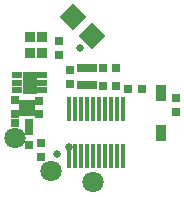
<source format=gbs>
G04*
G04 #@! TF.GenerationSoftware,Altium Limited,Altium Designer,20.0.13 (296)*
G04*
G04 Layer_Color=16711935*
%FSLAX25Y25*%
%MOIN*%
G70*
G01*
G75*
%ADD35R,0.02965X0.02965*%
%ADD37R,0.02965X0.02965*%
%ADD43C,0.02572*%
%ADD44C,0.07099*%
%ADD60R,0.03359X0.02178*%
%ADD61R,0.05131X0.07493*%
%ADD62R,0.03556X0.03753*%
%ADD63R,0.01391X0.02769*%
%ADD64R,0.01784X0.07887*%
%ADD65P,0.08926X4X90.0*%
%ADD66R,0.03753X0.05524*%
%ADD67R,0.03359X0.03162*%
D35*
X46300Y31000D02*
D03*
X41700D02*
D03*
X8600Y19500D02*
D03*
X4000D02*
D03*
X33200Y32000D02*
D03*
X37800D02*
D03*
X33200Y38000D02*
D03*
X37800D02*
D03*
D37*
X12000Y22400D02*
D03*
Y27000D02*
D03*
X22200Y37145D02*
D03*
Y32545D02*
D03*
X57500Y27800D02*
D03*
Y23200D02*
D03*
X18500Y42200D02*
D03*
Y46800D02*
D03*
X3890Y27124D02*
D03*
Y22524D02*
D03*
X12800Y12783D02*
D03*
Y8183D02*
D03*
X8600Y12200D02*
D03*
Y16800D02*
D03*
D43*
X17994Y9320D02*
D03*
X21839Y11485D02*
D03*
X25694Y44532D02*
D03*
D44*
X4000Y14500D02*
D03*
X16000Y3550D02*
D03*
X30000Y0D02*
D03*
D60*
X4732Y30441D02*
D03*
Y33000D02*
D03*
Y35559D02*
D03*
X13000D02*
D03*
Y33000D02*
D03*
Y30441D02*
D03*
D61*
X8866Y33000D02*
D03*
D62*
X12968Y48158D02*
D03*
Y42843D02*
D03*
X9031D02*
D03*
Y48158D02*
D03*
D63*
X10000Y23244D02*
D03*
X8622D02*
D03*
X7244D02*
D03*
X5866D02*
D03*
Y26000D02*
D03*
X7244D02*
D03*
X8622D02*
D03*
X10000D02*
D03*
D64*
X39858Y8626D02*
D03*
Y24374D02*
D03*
X37890Y8626D02*
D03*
Y24374D02*
D03*
X35921Y8626D02*
D03*
Y24374D02*
D03*
X33953Y8626D02*
D03*
Y24374D02*
D03*
X31984Y8626D02*
D03*
Y24374D02*
D03*
X30016Y8626D02*
D03*
Y24374D02*
D03*
X28047Y8626D02*
D03*
Y24374D02*
D03*
X26079Y8626D02*
D03*
Y24374D02*
D03*
X24110Y8626D02*
D03*
Y24374D02*
D03*
X22142Y8626D02*
D03*
Y24374D02*
D03*
D65*
X29562Y48608D02*
D03*
X23438Y54733D02*
D03*
D66*
X52500Y16307D02*
D03*
Y29693D02*
D03*
D67*
X26228Y32244D02*
D03*
X29772D02*
D03*
Y37756D02*
D03*
X26228D02*
D03*
M02*

</source>
